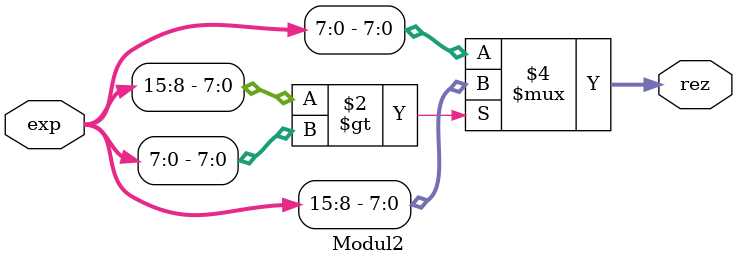
<source format=v>
`timescale 1ns / 1ps

module Modul2(
    exp,
    rez
    );
    input [15:0]exp;
    output[7:0] rez;
    reg [7:0] rez;
    always @(exp)
    begin
    if (exp[15:8] > exp[7:0])
    begin
      rez[7:0] = exp[15:8];
     end
    else rez[7:0] = exp[7:0]; 
    end
    
endmodule

</source>
